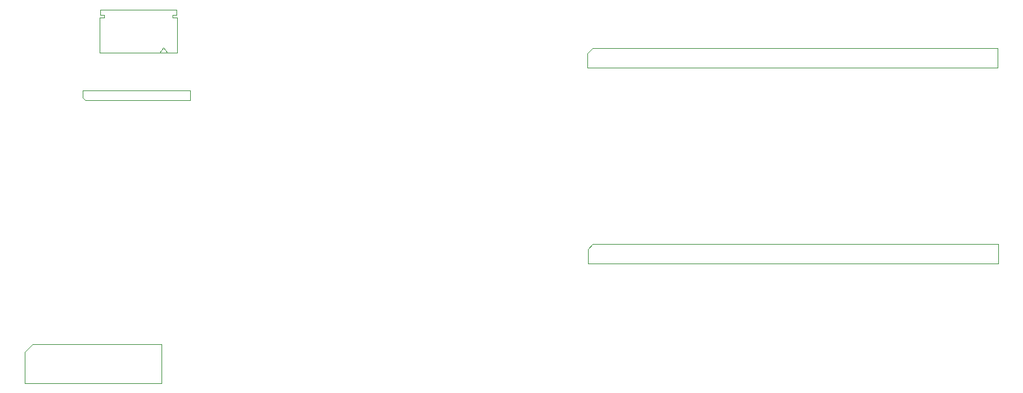
<source format=gbr>
%TF.GenerationSoftware,KiCad,Pcbnew,9.0.7*%
%TF.CreationDate,2026-01-27T19:23:09-03:00*%
%TF.ProjectId,pcb_geral,7063625f-6765-4726-916c-2e6b69636164,rev?*%
%TF.SameCoordinates,Original*%
%TF.FileFunction,AssemblyDrawing,Top*%
%FSLAX46Y46*%
G04 Gerber Fmt 4.6, Leading zero omitted, Abs format (unit mm)*
G04 Created by KiCad (PCBNEW 9.0.7) date 2026-01-27 19:23:09*
%MOMM*%
%LPD*%
G01*
G04 APERTURE LIST*
%ADD10C,0.100000*%
G04 APERTURE END LIST*
D10*
%TO.C,ESP32PinSocket_2*%
X156450000Y-109115000D02*
X157085000Y-108480000D01*
X156450000Y-111020000D02*
X156450000Y-109115000D01*
X157085000Y-108480000D02*
X209790000Y-108480000D01*
X209790000Y-108480000D02*
X209790000Y-111020000D01*
X209790000Y-111020000D02*
X156450000Y-111020000D01*
%TO.C,KeyboardPinSocket*%
X83230000Y-122480000D02*
X84230000Y-121480000D01*
X83230000Y-126560000D02*
X83230000Y-122480000D01*
X84230000Y-121480000D02*
X101010000Y-121480000D01*
X101010000Y-121480000D02*
X101010000Y-126560000D01*
X101010000Y-126560000D02*
X83230000Y-126560000D01*
%TO.C,FlatCable_Header*%
X90750000Y-88465000D02*
X104750000Y-88465000D01*
X90750000Y-89417500D02*
X90750000Y-88465000D01*
X91067500Y-89735000D02*
X90750000Y-89417500D01*
X104750000Y-88465000D02*
X104750000Y-89735000D01*
X104750000Y-89735000D02*
X91067500Y-89735000D01*
%TO.C,ESP32PinSocket_1*%
X156400000Y-83615000D02*
X157035000Y-82980000D01*
X156400000Y-85520000D02*
X156400000Y-83615000D01*
X157035000Y-82980000D02*
X209740000Y-82980000D01*
X209740000Y-82980000D02*
X209740000Y-85520000D01*
X209740000Y-85520000D02*
X156400000Y-85520000D01*
%TO.C,FlatCableSocket*%
X92950000Y-78950000D02*
X93550000Y-78950000D01*
X92950000Y-83550000D02*
X92950000Y-78950000D01*
X93050000Y-77950000D02*
X98000000Y-77950000D01*
X93050000Y-78650000D02*
X93050000Y-77950000D01*
X93550000Y-78650000D02*
X93050000Y-78650000D01*
X93550000Y-78950000D02*
X93550000Y-78650000D01*
X98000000Y-83550000D02*
X92950000Y-83550000D01*
X98000000Y-83550000D02*
X103050000Y-83550000D01*
X101250000Y-82842893D02*
X100750000Y-83550000D01*
X101750000Y-83550000D02*
X101250000Y-82842893D01*
X102450000Y-78650000D02*
X102950000Y-78650000D01*
X102450000Y-78950000D02*
X102450000Y-78650000D01*
X102950000Y-77950000D02*
X98000000Y-77950000D01*
X102950000Y-78650000D02*
X102950000Y-77950000D01*
X103050000Y-78950000D02*
X102450000Y-78950000D01*
X103050000Y-83550000D02*
X103050000Y-78950000D01*
%TD*%
M02*

</source>
